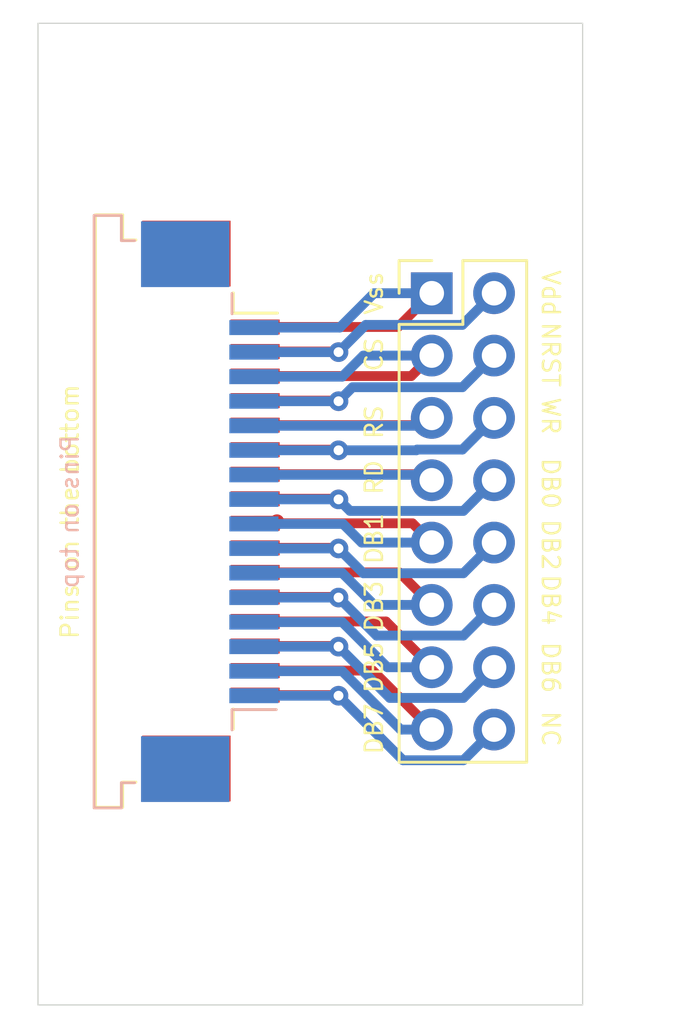
<source format=kicad_pcb>
(kicad_pcb (version 20171130) (host pcbnew 5.1.6)

  (general
    (thickness 1.6)
    (drawings 22)
    (tracks 110)
    (zones 0)
    (modules 5)
    (nets 17)
  )

  (page A4)
  (layers
    (0 F.Cu signal)
    (31 B.Cu signal)
    (32 B.Adhes user)
    (33 F.Adhes user)
    (34 B.Paste user)
    (35 F.Paste user)
    (36 B.SilkS user)
    (37 F.SilkS user)
    (38 B.Mask user)
    (39 F.Mask user)
    (40 Dwgs.User user)
    (41 Cmts.User user)
    (42 Eco1.User user)
    (43 Eco2.User user)
    (44 Edge.Cuts user)
    (45 Margin user)
    (46 B.CrtYd user)
    (47 F.CrtYd user)
    (48 B.Fab user)
    (49 F.Fab user)
  )

  (setup
    (last_trace_width 0.25)
    (user_trace_width 0.3)
    (user_trace_width 0.4)
    (user_trace_width 0.6)
    (user_trace_width 1)
    (trace_clearance 0.2)
    (zone_clearance 0.508)
    (zone_45_only no)
    (trace_min 0.2)
    (via_size 0.8)
    (via_drill 0.4)
    (via_min_size 0.4)
    (via_min_drill 0.3)
    (uvia_size 0.3)
    (uvia_drill 0.1)
    (uvias_allowed no)
    (uvia_min_size 0.2)
    (uvia_min_drill 0.1)
    (edge_width 0.05)
    (segment_width 0.2)
    (pcb_text_width 0.3)
    (pcb_text_size 1.5 1.5)
    (mod_edge_width 0.12)
    (mod_text_size 1 1)
    (mod_text_width 0.15)
    (pad_size 1.524 1.524)
    (pad_drill 0.762)
    (pad_to_mask_clearance 0.051)
    (solder_mask_min_width 0.25)
    (aux_axis_origin 0 0)
    (visible_elements FFFFFF7F)
    (pcbplotparams
      (layerselection 0x010fc_ffffffff)
      (usegerberextensions false)
      (usegerberattributes false)
      (usegerberadvancedattributes false)
      (creategerberjobfile false)
      (excludeedgelayer true)
      (linewidth 0.100000)
      (plotframeref false)
      (viasonmask false)
      (mode 1)
      (useauxorigin false)
      (hpglpennumber 1)
      (hpglpenspeed 20)
      (hpglpendiameter 15.000000)
      (psnegative false)
      (psa4output false)
      (plotreference true)
      (plotvalue true)
      (plotinvisibletext false)
      (padsonsilk false)
      (subtractmaskfromsilk false)
      (outputformat 1)
      (mirror false)
      (drillshape 0)
      (scaleselection 1)
      (outputdirectory "out/"))
  )

  (net 0 "")
  (net 1 Vss)
  (net 2 Vdd)
  (net 3 CS)
  (net 4 DB0)
  (net 5 DB1)
  (net 6 DB2)
  (net 7 DB3)
  (net 8 DB4)
  (net 9 DB5)
  (net 10 DB6)
  (net 11 DB7)
  (net 12 NC)
  (net 13 NRST)
  (net 14 RS)
  (net 15 WR)
  (net 16 RD)

  (net_class Default "This is the default net class."
    (clearance 0.2)
    (trace_width 0.25)
    (via_dia 0.8)
    (via_drill 0.4)
    (uvia_dia 0.3)
    (uvia_drill 0.1)
    (add_net CS)
    (add_net DB0)
    (add_net DB1)
    (add_net DB2)
    (add_net DB3)
    (add_net DB4)
    (add_net DB5)
    (add_net DB6)
    (add_net DB7)
    (add_net NC)
    (add_net NRST)
    (add_net RD)
    (add_net RS)
    (add_net Vdd)
    (add_net Vss)
    (add_net WR)
  )

  (module Connector_FFC-FPC:TE_1-84952-6_1x16-1MP_P1.0mm_Horizontal (layer B.Cu) (tedit 5AEE14E3) (tstamp 5EB21BE6)
    (at 76.2 73.9 90)
    (descr "TE FPC connector, 16 bottom-side contacts, 1.0mm pitch, 1.0mm height, SMT, http://www.te.com/commerce/DocumentDelivery/DDEController?Action=srchrtrv&DocNm=84952&DocType=Customer+Drawing&DocLang=English&DocFormat=pdf&PartCntxt=84952-4")
    (tags "te fpc 84952")
    (path /5EB400CB)
    (attr smd)
    (fp_text reference J3 (at 0 4 270) (layer F.Fab)
      (effects (font (size 1 1) (thickness 0.15)) (justify mirror))
    )
    (fp_text value Conn_01x16 (at 0 -7.7 270) (layer B.Fab)
      (effects (font (size 1 1) (thickness 0.15)) (justify mirror))
    )
    (fp_line (start -10.935 0.8) (end 10.935 0.8) (layer B.Fab) (width 0.1))
    (fp_line (start 10.935 0.8) (end 10.935 -3.71) (layer B.Fab) (width 0.1))
    (fp_line (start 10.935 -3.71) (end 11.96 -3.71) (layer B.Fab) (width 0.1))
    (fp_line (start 11.96 -3.71) (end 11.96 -4.6) (layer B.Fab) (width 0.1))
    (fp_line (start 11.96 -4.6) (end -11.96 -4.6) (layer B.Fab) (width 0.1))
    (fp_line (start -11.96 -4.6) (end -11.96 -3.71) (layer B.Fab) (width 0.1))
    (fp_line (start -11.96 -3.71) (end -10.935 -3.71) (layer B.Fab) (width 0.1))
    (fp_line (start -10.935 -3.71) (end -10.935 0.8) (layer B.Fab) (width 0.1))
    (fp_line (start -8 0.8) (end -7.5 -0.2) (layer B.Fab) (width 0.1))
    (fp_line (start -7.5 -0.2) (end -7 0.8) (layer B.Fab) (width 0.1))
    (fp_line (start 10.935 -4.6) (end 10.935 -5.61) (layer B.Fab) (width 0.1))
    (fp_line (start 10.935 -5.61) (end 11.96 -5.61) (layer B.Fab) (width 0.1))
    (fp_line (start 11.96 -5.61) (end 11.96 -6.5) (layer B.Fab) (width 0.1))
    (fp_line (start 11.96 -6.5) (end -11.96 -6.5) (layer B.Fab) (width 0.1))
    (fp_line (start -11.96 -6.5) (end -11.96 -5.61) (layer B.Fab) (width 0.1))
    (fp_line (start -11.96 -5.61) (end -10.935 -5.61) (layer B.Fab) (width 0.1))
    (fp_line (start -10.935 -5.61) (end -10.935 -4.6) (layer B.Fab) (width 0.1))
    (fp_line (start 11.045 -3.06) (end 11.045 -3.6) (layer B.SilkS) (width 0.12))
    (fp_line (start 11.045 -3.6) (end 12.07 -3.6) (layer B.SilkS) (width 0.12))
    (fp_line (start 12.07 -3.6) (end 12.07 -4.71) (layer B.SilkS) (width 0.12))
    (fp_line (start 12.07 -4.71) (end -12.07 -4.71) (layer B.SilkS) (width 0.12))
    (fp_line (start -12.07 -4.71) (end -12.07 -3.6) (layer B.SilkS) (width 0.12))
    (fp_line (start -12.07 -3.6) (end -11.045 -3.6) (layer B.SilkS) (width 0.12))
    (fp_line (start -11.045 -3.6) (end -11.045 -3.06) (layer B.SilkS) (width 0.12))
    (fp_line (start -8.89 0.91) (end -8.065 0.91) (layer B.SilkS) (width 0.12))
    (fp_line (start -8.065 0.91) (end -8.065 2.71) (layer B.SilkS) (width 0.12))
    (fp_line (start 8.065 0.91) (end 8.89 0.91) (layer B.SilkS) (width 0.12))
    (fp_line (start -12.46 3.3) (end -12.46 -7) (layer B.CrtYd) (width 0.05))
    (fp_line (start -12.46 -7) (end 12.46 -7) (layer B.CrtYd) (width 0.05))
    (fp_line (start 12.46 -7) (end 12.46 3.3) (layer B.CrtYd) (width 0.05))
    (fp_line (start 12.46 3.3) (end -12.46 3.3) (layer B.CrtYd) (width 0.05))
    (fp_text user %R (at 0 -1.9 270) (layer B.Fab)
      (effects (font (size 1 1) (thickness 0.15)) (justify mirror))
    )
    (pad MP smd rect (at 10.49 -1 90) (size 2.68 3.6) (layers B.Cu B.Paste B.Mask))
    (pad MP smd rect (at -10.49 -1 90) (size 2.68 3.6) (layers B.Cu B.Paste B.Mask))
    (pad 16 smd rect (at 7.5 1.8 90) (size 0.61 2) (layers B.Cu B.Paste B.Mask)
      (net 1 Vss))
    (pad 15 smd rect (at 6.5 1.8 90) (size 0.61 2) (layers B.Cu B.Paste B.Mask)
      (net 2 Vdd))
    (pad 14 smd rect (at 5.5 1.8 90) (size 0.61 2) (layers B.Cu B.Paste B.Mask)
      (net 3 CS))
    (pad 13 smd rect (at 4.5 1.8 90) (size 0.61 2) (layers B.Cu B.Paste B.Mask)
      (net 13 NRST))
    (pad 12 smd rect (at 3.5 1.8 90) (size 0.61 2) (layers B.Cu B.Paste B.Mask)
      (net 14 RS))
    (pad 11 smd rect (at 2.5 1.8 90) (size 0.61 2) (layers B.Cu B.Paste B.Mask)
      (net 15 WR))
    (pad 10 smd rect (at 1.5 1.8 90) (size 0.61 2) (layers B.Cu B.Paste B.Mask)
      (net 16 RD))
    (pad 9 smd rect (at 0.5 1.8 90) (size 0.61 2) (layers B.Cu B.Paste B.Mask)
      (net 4 DB0))
    (pad 8 smd rect (at -0.5 1.8 90) (size 0.61 2) (layers B.Cu B.Paste B.Mask)
      (net 5 DB1))
    (pad 7 smd rect (at -1.5 1.8 90) (size 0.61 2) (layers B.Cu B.Paste B.Mask)
      (net 6 DB2))
    (pad 6 smd rect (at -2.5 1.8 90) (size 0.61 2) (layers B.Cu B.Paste B.Mask)
      (net 7 DB3))
    (pad 5 smd rect (at -3.5 1.8 90) (size 0.61 2) (layers B.Cu B.Paste B.Mask)
      (net 8 DB4))
    (pad 4 smd rect (at -4.5 1.8 90) (size 0.61 2) (layers B.Cu B.Paste B.Mask)
      (net 9 DB5))
    (pad 3 smd rect (at -5.5 1.8 90) (size 0.61 2) (layers B.Cu B.Paste B.Mask)
      (net 10 DB6))
    (pad 2 smd rect (at -6.5 1.8 90) (size 0.61 2) (layers B.Cu B.Paste B.Mask)
      (net 11 DB7))
    (pad 1 smd rect (at -7.5 1.8 90) (size 0.61 2) (layers B.Cu B.Paste B.Mask)
      (net 12 NC))
    (model ${KISYS3DMOD}/Connector_FFC-FPC.3dshapes/TE_1-84952-6_1x16-1MP_P1.0mm_Horizontal.wrl
      (at (xyz 0 0 0))
      (scale (xyz 1 1 1))
      (rotate (xyz 0 0 0))
    )
  )

  (module MountingHole:MountingHole_2.7mm_M2.5 (layer F.Cu) (tedit 56D1B4CB) (tstamp 5EB2108F)
    (at 80 90.2)
    (descr "Mounting Hole 2.7mm, no annular, M2.5")
    (tags "mounting hole 2.7mm no annular m2.5")
    (path /5EB35FAC)
    (attr virtual)
    (fp_text reference H2 (at 0 -3.7) (layer F.Fab)
      (effects (font (size 1 1) (thickness 0.15)))
    )
    (fp_text value MountingHole (at 0 3.7) (layer F.Fab)
      (effects (font (size 1 1) (thickness 0.15)))
    )
    (fp_circle (center 0 0) (end 2.7 0) (layer Cmts.User) (width 0.15))
    (fp_circle (center 0 0) (end 2.95 0) (layer F.CrtYd) (width 0.05))
    (fp_text user %R (at 0.3 0) (layer F.Fab)
      (effects (font (size 1 1) (thickness 0.15)))
    )
    (pad 1 np_thru_hole circle (at 0 0) (size 2.7 2.7) (drill 2.7) (layers *.Cu *.Mask))
  )

  (module MountingHole:MountingHole_2.7mm_M2.5 (layer F.Cu) (tedit 56D1B4CB) (tstamp 5EB2104D)
    (at 80 57.6)
    (descr "Mounting Hole 2.7mm, no annular, M2.5")
    (tags "mounting hole 2.7mm no annular m2.5")
    (path /5EB35876)
    (attr virtual)
    (fp_text reference H1 (at 0 -3.7) (layer F.Fab)
      (effects (font (size 1 1) (thickness 0.15)))
    )
    (fp_text value MountingHole (at 0 3.7) (layer F.Fab)
      (effects (font (size 1 1) (thickness 0.15)))
    )
    (fp_circle (center 0 0) (end 2.7 0) (layer Cmts.User) (width 0.15))
    (fp_circle (center 0 0) (end 2.95 0) (layer F.CrtYd) (width 0.05))
    (fp_text user %R (at 0.3 0) (layer F.Fab)
      (effects (font (size 1 1) (thickness 0.15)))
    )
    (pad 1 np_thru_hole circle (at 0 0) (size 2.7 2.7) (drill 2.7) (layers *.Cu *.Mask))
  )

  (module Connector_PinHeader_2.54mm:PinHeader_2x08_P2.54mm_Vertical (layer F.Cu) (tedit 59FED5CC) (tstamp 5EB208B1)
    (at 85.25 65)
    (descr "Through hole straight pin header, 2x08, 2.54mm pitch, double rows")
    (tags "Through hole pin header THT 2x08 2.54mm double row")
    (path /5EB27D20)
    (fp_text reference J1 (at 1.27 -2.33) (layer F.Fab)
      (effects (font (size 1 1) (thickness 0.15)))
    )
    (fp_text value Conn_02x08_Odd_Even (at 1.27 20.11) (layer F.Fab)
      (effects (font (size 1 1) (thickness 0.15)))
    )
    (fp_line (start 4.35 -1.8) (end -1.8 -1.8) (layer F.CrtYd) (width 0.05))
    (fp_line (start 4.35 19.55) (end 4.35 -1.8) (layer F.CrtYd) (width 0.05))
    (fp_line (start -1.8 19.55) (end 4.35 19.55) (layer F.CrtYd) (width 0.05))
    (fp_line (start -1.8 -1.8) (end -1.8 19.55) (layer F.CrtYd) (width 0.05))
    (fp_line (start -1.33 -1.33) (end 0 -1.33) (layer F.SilkS) (width 0.12))
    (fp_line (start -1.33 0) (end -1.33 -1.33) (layer F.SilkS) (width 0.12))
    (fp_line (start 1.27 -1.33) (end 3.87 -1.33) (layer F.SilkS) (width 0.12))
    (fp_line (start 1.27 1.27) (end 1.27 -1.33) (layer F.SilkS) (width 0.12))
    (fp_line (start -1.33 1.27) (end 1.27 1.27) (layer F.SilkS) (width 0.12))
    (fp_line (start 3.87 -1.33) (end 3.87 19.11) (layer F.SilkS) (width 0.12))
    (fp_line (start -1.33 1.27) (end -1.33 19.11) (layer F.SilkS) (width 0.12))
    (fp_line (start -1.33 19.11) (end 3.87 19.11) (layer F.SilkS) (width 0.12))
    (fp_line (start -1.27 0) (end 0 -1.27) (layer F.Fab) (width 0.1))
    (fp_line (start -1.27 19.05) (end -1.27 0) (layer F.Fab) (width 0.1))
    (fp_line (start 3.81 19.05) (end -1.27 19.05) (layer F.Fab) (width 0.1))
    (fp_line (start 3.81 -1.27) (end 3.81 19.05) (layer F.Fab) (width 0.1))
    (fp_line (start 0 -1.27) (end 3.81 -1.27) (layer F.Fab) (width 0.1))
    (fp_text user %R (at 1.27 8.89 90) (layer F.Fab)
      (effects (font (size 1 1) (thickness 0.15)))
    )
    (pad 1 thru_hole rect (at 0 0) (size 1.7 1.7) (drill 1) (layers *.Cu *.Mask)
      (net 1 Vss))
    (pad 2 thru_hole oval (at 2.54 0) (size 1.7 1.7) (drill 1) (layers *.Cu *.Mask)
      (net 2 Vdd))
    (pad 3 thru_hole oval (at 0 2.54) (size 1.7 1.7) (drill 1) (layers *.Cu *.Mask)
      (net 3 CS))
    (pad 4 thru_hole oval (at 2.54 2.54) (size 1.7 1.7) (drill 1) (layers *.Cu *.Mask)
      (net 13 NRST))
    (pad 5 thru_hole oval (at 0 5.08) (size 1.7 1.7) (drill 1) (layers *.Cu *.Mask)
      (net 14 RS))
    (pad 6 thru_hole oval (at 2.54 5.08) (size 1.7 1.7) (drill 1) (layers *.Cu *.Mask)
      (net 15 WR))
    (pad 7 thru_hole oval (at 0 7.62) (size 1.7 1.7) (drill 1) (layers *.Cu *.Mask)
      (net 16 RD))
    (pad 8 thru_hole oval (at 2.54 7.62) (size 1.7 1.7) (drill 1) (layers *.Cu *.Mask)
      (net 4 DB0))
    (pad 9 thru_hole oval (at 0 10.16) (size 1.7 1.7) (drill 1) (layers *.Cu *.Mask)
      (net 5 DB1))
    (pad 10 thru_hole oval (at 2.54 10.16) (size 1.7 1.7) (drill 1) (layers *.Cu *.Mask)
      (net 6 DB2))
    (pad 11 thru_hole oval (at 0 12.7) (size 1.7 1.7) (drill 1) (layers *.Cu *.Mask)
      (net 7 DB3))
    (pad 12 thru_hole oval (at 2.54 12.7) (size 1.7 1.7) (drill 1) (layers *.Cu *.Mask)
      (net 8 DB4))
    (pad 13 thru_hole oval (at 0 15.24) (size 1.7 1.7) (drill 1) (layers *.Cu *.Mask)
      (net 9 DB5))
    (pad 14 thru_hole oval (at 2.54 15.24) (size 1.7 1.7) (drill 1) (layers *.Cu *.Mask)
      (net 10 DB6))
    (pad 15 thru_hole oval (at 0 17.78) (size 1.7 1.7) (drill 1) (layers *.Cu *.Mask)
      (net 11 DB7))
    (pad 16 thru_hole oval (at 2.54 17.78) (size 1.7 1.7) (drill 1) (layers *.Cu *.Mask)
      (net 12 NC))
    (model ${KISYS3DMOD}/Connector_PinHeader_2.54mm.3dshapes/PinHeader_2x08_P2.54mm_Vertical.wrl
      (at (xyz 0 0 0))
      (scale (xyz 1 1 1))
      (rotate (xyz 0 0 0))
    )
  )

  (module Connector_FFC-FPC:TE_1-84952-6_1x16-1MP_P1.0mm_Horizontal (layer F.Cu) (tedit 5AEE14E3) (tstamp 5EB20444)
    (at 76.25 73.875 270)
    (descr "TE FPC connector, 16 bottom-side contacts, 1.0mm pitch, 1.0mm height, SMT, http://www.te.com/commerce/DocumentDelivery/DDEController?Action=srchrtrv&DocNm=84952&DocType=Customer+Drawing&DocLang=English&DocFormat=pdf&PartCntxt=84952-4")
    (tags "te fpc 84952")
    (path /5EB1A9C3)
    (attr smd)
    (fp_text reference J2 (at 0 -4 90) (layer F.Fab)
      (effects (font (size 1 1) (thickness 0.15)))
    )
    (fp_text value Conn_01x16 (at 0 7.7 90) (layer F.Fab)
      (effects (font (size 1 1) (thickness 0.15)))
    )
    (fp_line (start 12.46 -3.3) (end -12.46 -3.3) (layer F.CrtYd) (width 0.05))
    (fp_line (start 12.46 7) (end 12.46 -3.3) (layer F.CrtYd) (width 0.05))
    (fp_line (start -12.46 7) (end 12.46 7) (layer F.CrtYd) (width 0.05))
    (fp_line (start -12.46 -3.3) (end -12.46 7) (layer F.CrtYd) (width 0.05))
    (fp_line (start 8.065 -0.91) (end 8.89 -0.91) (layer F.SilkS) (width 0.12))
    (fp_line (start -8.065 -0.91) (end -8.065 -2.71) (layer F.SilkS) (width 0.12))
    (fp_line (start -8.89 -0.91) (end -8.065 -0.91) (layer F.SilkS) (width 0.12))
    (fp_line (start -11.045 3.6) (end -11.045 3.06) (layer F.SilkS) (width 0.12))
    (fp_line (start -12.07 3.6) (end -11.045 3.6) (layer F.SilkS) (width 0.12))
    (fp_line (start -12.07 4.71) (end -12.07 3.6) (layer F.SilkS) (width 0.12))
    (fp_line (start 12.07 4.71) (end -12.07 4.71) (layer F.SilkS) (width 0.12))
    (fp_line (start 12.07 3.6) (end 12.07 4.71) (layer F.SilkS) (width 0.12))
    (fp_line (start 11.045 3.6) (end 12.07 3.6) (layer F.SilkS) (width 0.12))
    (fp_line (start 11.045 3.06) (end 11.045 3.6) (layer F.SilkS) (width 0.12))
    (fp_line (start -10.935 5.61) (end -10.935 4.6) (layer F.Fab) (width 0.1))
    (fp_line (start -11.96 5.61) (end -10.935 5.61) (layer F.Fab) (width 0.1))
    (fp_line (start -11.96 6.5) (end -11.96 5.61) (layer F.Fab) (width 0.1))
    (fp_line (start 11.96 6.5) (end -11.96 6.5) (layer F.Fab) (width 0.1))
    (fp_line (start 11.96 5.61) (end 11.96 6.5) (layer F.Fab) (width 0.1))
    (fp_line (start 10.935 5.61) (end 11.96 5.61) (layer F.Fab) (width 0.1))
    (fp_line (start 10.935 4.6) (end 10.935 5.61) (layer F.Fab) (width 0.1))
    (fp_line (start -7.5 0.2) (end -7 -0.8) (layer F.Fab) (width 0.1))
    (fp_line (start -8 -0.8) (end -7.5 0.2) (layer F.Fab) (width 0.1))
    (fp_line (start -10.935 3.71) (end -10.935 -0.8) (layer F.Fab) (width 0.1))
    (fp_line (start -11.96 3.71) (end -10.935 3.71) (layer F.Fab) (width 0.1))
    (fp_line (start -11.96 4.6) (end -11.96 3.71) (layer F.Fab) (width 0.1))
    (fp_line (start 11.96 4.6) (end -11.96 4.6) (layer F.Fab) (width 0.1))
    (fp_line (start 11.96 3.71) (end 11.96 4.6) (layer F.Fab) (width 0.1))
    (fp_line (start 10.935 3.71) (end 11.96 3.71) (layer F.Fab) (width 0.1))
    (fp_line (start 10.935 -0.8) (end 10.935 3.71) (layer F.Fab) (width 0.1))
    (fp_line (start -10.935 -0.8) (end 10.935 -0.8) (layer F.Fab) (width 0.1))
    (fp_text user %R (at 0 1.9 90) (layer F.Fab)
      (effects (font (size 1 1) (thickness 0.15)))
    )
    (pad 1 smd rect (at -7.5 -1.8 270) (size 0.61 2) (layers F.Cu F.Paste F.Mask)
      (net 1 Vss))
    (pad 2 smd rect (at -6.5 -1.8 270) (size 0.61 2) (layers F.Cu F.Paste F.Mask)
      (net 2 Vdd))
    (pad 3 smd rect (at -5.5 -1.8 270) (size 0.61 2) (layers F.Cu F.Paste F.Mask)
      (net 3 CS))
    (pad 4 smd rect (at -4.5 -1.8 270) (size 0.61 2) (layers F.Cu F.Paste F.Mask)
      (net 13 NRST))
    (pad 5 smd rect (at -3.5 -1.8 270) (size 0.61 2) (layers F.Cu F.Paste F.Mask)
      (net 14 RS))
    (pad 6 smd rect (at -2.5 -1.8 270) (size 0.61 2) (layers F.Cu F.Paste F.Mask)
      (net 15 WR))
    (pad 7 smd rect (at -1.5 -1.8 270) (size 0.61 2) (layers F.Cu F.Paste F.Mask)
      (net 16 RD))
    (pad 8 smd rect (at -0.5 -1.8 270) (size 0.61 2) (layers F.Cu F.Paste F.Mask)
      (net 4 DB0))
    (pad 9 smd rect (at 0.5 -1.8 270) (size 0.61 2) (layers F.Cu F.Paste F.Mask)
      (net 5 DB1))
    (pad 10 smd rect (at 1.5 -1.8 270) (size 0.61 2) (layers F.Cu F.Paste F.Mask)
      (net 6 DB2))
    (pad 11 smd rect (at 2.5 -1.8 270) (size 0.61 2) (layers F.Cu F.Paste F.Mask)
      (net 7 DB3))
    (pad 12 smd rect (at 3.5 -1.8 270) (size 0.61 2) (layers F.Cu F.Paste F.Mask)
      (net 8 DB4))
    (pad 13 smd rect (at 4.5 -1.8 270) (size 0.61 2) (layers F.Cu F.Paste F.Mask)
      (net 9 DB5))
    (pad 14 smd rect (at 5.5 -1.8 270) (size 0.61 2) (layers F.Cu F.Paste F.Mask)
      (net 10 DB6))
    (pad 15 smd rect (at 6.5 -1.8 270) (size 0.61 2) (layers F.Cu F.Paste F.Mask)
      (net 11 DB7))
    (pad 16 smd rect (at 7.5 -1.8 270) (size 0.61 2) (layers F.Cu F.Paste F.Mask)
      (net 12 NC))
    (pad MP smd rect (at -10.49 1 270) (size 2.68 3.6) (layers F.Cu F.Paste F.Mask))
    (pad MP smd rect (at 10.49 1 270) (size 2.68 3.6) (layers F.Cu F.Paste F.Mask))
    (model ${KISYS3DMOD}/Connector_FFC-FPC.3dshapes/TE_1-84952-6_1x16-1MP_P1.0mm_Horizontal.wrl
      (at (xyz 0 0 0))
      (scale (xyz 1 1 1))
      (rotate (xyz 0 0 0))
    )
  )

  (gr_text "Pins on top" (at 70.5 73.9 90) (layer B.SilkS) (tstamp 5EB2251F)
    (effects (font (size 0.7 0.7) (thickness 0.1)) (justify mirror))
  )
  (gr_text "Pins on the bottom" (at 70.5 73.9 90) (layer F.SilkS)
    (effects (font (size 0.7 0.7) (thickness 0.1)))
  )
  (gr_text NC (at 90.1 82.75 270) (layer F.SilkS) (tstamp 5EB21811)
    (effects (font (size 0.7 0.7) (thickness 0.1)))
  )
  (gr_text NRST (at 90.1 67.5 270) (layer F.SilkS) (tstamp 5EB21810)
    (effects (font (size 0.7 0.7) (thickness 0.1)))
  )
  (gr_text WR (at 90.1 70 270) (layer F.SilkS) (tstamp 5EB2180F)
    (effects (font (size 0.7 0.7) (thickness 0.1)))
  )
  (gr_text DB4 (at 90.1 77.5 270) (layer F.SilkS) (tstamp 5EB2180D)
    (effects (font (size 0.7 0.7) (thickness 0.1)))
  )
  (gr_text DB6 (at 90.1 80.25 270) (layer F.SilkS) (tstamp 5EB2180C)
    (effects (font (size 0.7 0.7) (thickness 0.1)))
  )
  (gr_text DB2 (at 90.1 75.25 270) (layer F.SilkS) (tstamp 5EB2180B)
    (effects (font (size 0.7 0.7) (thickness 0.1)))
  )
  (gr_text DB0 (at 90.1 72.75 270) (layer F.SilkS) (tstamp 5EB2180A)
    (effects (font (size 0.7 0.7) (thickness 0.1)))
  )
  (gr_text Vdd (at 90.1 65 270) (layer F.SilkS) (tstamp 5EB217EF)
    (effects (font (size 0.7 0.7) (thickness 0.1)))
  )
  (gr_text DB7 (at 82.9 82.75 90) (layer F.SilkS) (tstamp 5EB217EF)
    (effects (font (size 0.7 0.7) (thickness 0.1)))
  )
  (gr_text DB5 (at 82.9 80.25 90) (layer F.SilkS) (tstamp 5EB217EF)
    (effects (font (size 0.7 0.7) (thickness 0.1)))
  )
  (gr_text DB3 (at 82.9 77.75 90) (layer F.SilkS) (tstamp 5EB217EF)
    (effects (font (size 0.7 0.7) (thickness 0.1)))
  )
  (gr_text DB1 (at 82.9 75 90) (layer F.SilkS) (tstamp 5EB217EF)
    (effects (font (size 0.7 0.7) (thickness 0.1)))
  )
  (gr_text RD (at 82.9 72.5 90) (layer F.SilkS) (tstamp 5EB217EF)
    (effects (font (size 0.7 0.7) (thickness 0.1)))
  )
  (gr_text RS (at 82.9 70.25 90) (layer F.SilkS) (tstamp 5EB217EF)
    (effects (font (size 0.7 0.7) (thickness 0.1)))
  )
  (gr_text CS (at 82.9 67.5 90) (layer F.SilkS) (tstamp 5EB217EF)
    (effects (font (size 0.7 0.7) (thickness 0.1)))
  )
  (gr_text Vss (at 82.9 65 90) (layer F.SilkS)
    (effects (font (size 0.7 0.7) (thickness 0.1)))
  )
  (gr_line (start 69.2 94) (end 91.4 94) (layer Edge.Cuts) (width 0.05) (tstamp 5EB2177D))
  (gr_line (start 69.2 54) (end 69.2 94) (layer Edge.Cuts) (width 0.05))
  (gr_line (start 91.4 54) (end 69.2 54) (layer Edge.Cuts) (width 0.05))
  (gr_line (start 91.4 54) (end 91.4 94) (layer Edge.Cuts) (width 0.05))

  (segment (start 83.875 66.375) (end 85.25 65) (width 0.4) (layer F.Cu) (net 1))
  (segment (start 78.05 66.375) (end 83.875 66.375) (width 0.4) (layer F.Cu) (net 1))
  (segment (start 78 66.4) (end 81.5 66.4) (width 0.4) (layer B.Cu) (net 1))
  (segment (start 82.9 65) (end 85.25 65) (width 0.4) (layer B.Cu) (net 1))
  (segment (start 81.5 66.4) (end 82.9 65) (width 0.4) (layer B.Cu) (net 1))
  (via (at 81.45 67.4) (size 0.8) (drill 0.4) (layers F.Cu B.Cu) (net 2))
  (segment (start 86.940001 65.849999) (end 87.79 65) (width 0.4) (layer B.Cu) (net 2))
  (segment (start 86.500001 66.289999) (end 86.940001 65.849999) (width 0.4) (layer B.Cu) (net 2))
  (segment (start 82.560001 66.289999) (end 86.500001 66.289999) (width 0.4) (layer B.Cu) (net 2))
  (segment (start 81.45 67.4) (end 82.560001 66.289999) (width 0.4) (layer B.Cu) (net 2))
  (segment (start 81.425 67.375) (end 81.45 67.4) (width 0.4) (layer F.Cu) (net 2))
  (segment (start 78.05 67.375) (end 81.425 67.375) (width 0.4) (layer F.Cu) (net 2))
  (segment (start 78 67.4) (end 81.45 67.4) (width 0.4) (layer B.Cu) (net 2))
  (segment (start 84.415 68.375) (end 85.25 67.54) (width 0.4) (layer F.Cu) (net 3))
  (segment (start 78.05 68.375) (end 84.415 68.375) (width 0.4) (layer F.Cu) (net 3))
  (segment (start 84.047919 67.54) (end 85.25 67.54) (width 0.4) (layer B.Cu) (net 3))
  (segment (start 82.461458 67.54) (end 84.047919 67.54) (width 0.4) (layer B.Cu) (net 3))
  (segment (start 81.601458 68.4) (end 82.461458 67.54) (width 0.4) (layer B.Cu) (net 3))
  (segment (start 78 68.4) (end 81.601458 68.4) (width 0.4) (layer B.Cu) (net 3))
  (via (at 81.45 73.4) (size 0.8) (drill 0.4) (layers F.Cu B.Cu) (net 4))
  (segment (start 86.539999 73.870001) (end 86.940001 73.469999) (width 0.4) (layer B.Cu) (net 4))
  (segment (start 86.940001 73.469999) (end 87.79 72.62) (width 0.4) (layer B.Cu) (net 4))
  (segment (start 81.920001 73.870001) (end 86.539999 73.870001) (width 0.4) (layer B.Cu) (net 4))
  (segment (start 81.45 73.4) (end 81.920001 73.870001) (width 0.4) (layer B.Cu) (net 4))
  (segment (start 81.425 73.375) (end 81.45 73.4) (width 0.4) (layer F.Cu) (net 4))
  (segment (start 78.05 73.375) (end 81.425 73.375) (width 0.4) (layer F.Cu) (net 4))
  (segment (start 78 73.4) (end 81.45 73.4) (width 0.4) (layer B.Cu) (net 4))
  (segment (start 78.875 74.375) (end 78.939999 74.310001) (width 0.6) (layer F.Cu) (net 5))
  (segment (start 78.05 74.375) (end 78.875 74.375) (width 0.6) (layer F.Cu) (net 5))
  (segment (start 84.465 74.375) (end 85.25 75.16) (width 0.4) (layer F.Cu) (net 5))
  (segment (start 78.05 74.375) (end 84.465 74.375) (width 0.4) (layer F.Cu) (net 5))
  (segment (start 81.634002 74.4) (end 82.394002 75.16) (width 0.4) (layer B.Cu) (net 5))
  (segment (start 84.047919 75.16) (end 85.25 75.16) (width 0.4) (layer B.Cu) (net 5))
  (segment (start 82.394002 75.16) (end 84.047919 75.16) (width 0.4) (layer B.Cu) (net 5))
  (segment (start 78 74.4) (end 81.634002 74.4) (width 0.4) (layer B.Cu) (net 5))
  (via (at 81.45 75.4) (size 0.8) (drill 0.4) (layers F.Cu B.Cu) (net 6))
  (segment (start 86.940001 76.009999) (end 87.79 75.16) (width 0.4) (layer B.Cu) (net 6))
  (segment (start 86.539999 76.410001) (end 86.940001 76.009999) (width 0.4) (layer B.Cu) (net 6))
  (segment (start 82.460001 76.410001) (end 86.539999 76.410001) (width 0.4) (layer B.Cu) (net 6))
  (segment (start 81.45 75.4) (end 82.460001 76.410001) (width 0.4) (layer B.Cu) (net 6))
  (segment (start 81.425 75.375) (end 81.45 75.4) (width 0.4) (layer F.Cu) (net 6))
  (segment (start 78.05 75.375) (end 81.425 75.375) (width 0.4) (layer F.Cu) (net 6))
  (segment (start 78 75.4) (end 81.45 75.4) (width 0.4) (layer B.Cu) (net 6))
  (segment (start 83.925 76.375) (end 85.25 77.7) (width 0.4) (layer F.Cu) (net 7))
  (segment (start 78.05 76.375) (end 83.925 76.375) (width 0.4) (layer F.Cu) (net 7))
  (segment (start 84.047919 77.7) (end 85.25 77.7) (width 0.4) (layer B.Cu) (net 7))
  (segment (start 82.901458 77.7) (end 84.047919 77.7) (width 0.4) (layer B.Cu) (net 7))
  (segment (start 81.601458 76.4) (end 82.901458 77.7) (width 0.4) (layer B.Cu) (net 7))
  (segment (start 78 76.4) (end 81.601458 76.4) (width 0.4) (layer B.Cu) (net 7))
  (via (at 81.45 77.4) (size 0.8) (drill 0.4) (layers F.Cu B.Cu) (net 8))
  (segment (start 86.940001 78.549999) (end 87.79 77.7) (width 0.4) (layer B.Cu) (net 8))
  (segment (start 86.539999 78.950001) (end 86.940001 78.549999) (width 0.4) (layer B.Cu) (net 8))
  (segment (start 83.000001 78.950001) (end 86.539999 78.950001) (width 0.4) (layer B.Cu) (net 8))
  (segment (start 81.45 77.4) (end 83.000001 78.950001) (width 0.4) (layer B.Cu) (net 8))
  (segment (start 81.425 77.375) (end 81.45 77.4) (width 0.4) (layer F.Cu) (net 8))
  (segment (start 78.05 77.375) (end 81.425 77.375) (width 0.4) (layer F.Cu) (net 8))
  (segment (start 78 77.4) (end 81.45 77.4) (width 0.4) (layer B.Cu) (net 8))
  (segment (start 84.047919 80.24) (end 85.25 80.24) (width 0.4) (layer B.Cu) (net 9))
  (segment (start 81.601458 78.4) (end 83.441458 80.24) (width 0.4) (layer B.Cu) (net 9))
  (segment (start 83.441458 80.24) (end 84.047919 80.24) (width 0.4) (layer B.Cu) (net 9))
  (segment (start 78 78.4) (end 81.601458 78.4) (width 0.4) (layer B.Cu) (net 9))
  (segment (start 83.385 78.375) (end 78.05 78.375) (width 0.4) (layer F.Cu) (net 9))
  (segment (start 85.25 80.24) (end 83.385 78.375) (width 0.4) (layer F.Cu) (net 9))
  (via (at 81.45 79.4) (size 0.8) (drill 0.4) (layers F.Cu B.Cu) (net 10))
  (segment (start 86.940001 81.089999) (end 87.79 80.24) (width 0.4) (layer B.Cu) (net 10))
  (segment (start 86.539999 81.490001) (end 86.940001 81.089999) (width 0.4) (layer B.Cu) (net 10))
  (segment (start 83.540001 81.490001) (end 86.539999 81.490001) (width 0.4) (layer B.Cu) (net 10))
  (segment (start 81.45 79.4) (end 83.540001 81.490001) (width 0.4) (layer B.Cu) (net 10))
  (segment (start 81.425 79.375) (end 81.45 79.4) (width 0.4) (layer F.Cu) (net 10))
  (segment (start 78.05 79.375) (end 81.425 79.375) (width 0.4) (layer F.Cu) (net 10))
  (segment (start 78 79.4) (end 81.45 79.4) (width 0.4) (layer B.Cu) (net 10))
  (segment (start 82.845 80.375) (end 85.25 82.78) (width 0.4) (layer F.Cu) (net 11))
  (segment (start 78.05 80.375) (end 82.845 80.375) (width 0.4) (layer F.Cu) (net 11))
  (segment (start 84.047919 82.78) (end 85.25 82.78) (width 0.4) (layer B.Cu) (net 11))
  (segment (start 83.981458 82.78) (end 84.047919 82.78) (width 0.4) (layer B.Cu) (net 11))
  (segment (start 81.601458 80.4) (end 83.981458 82.78) (width 0.4) (layer B.Cu) (net 11))
  (segment (start 78 80.4) (end 81.601458 80.4) (width 0.4) (layer B.Cu) (net 11))
  (via (at 81.45 81.4) (size 0.8) (drill 0.4) (layers F.Cu B.Cu) (net 12))
  (segment (start 86.940001 83.629999) (end 87.79 82.78) (width 0.4) (layer B.Cu) (net 12))
  (segment (start 84.080001 84.030001) (end 86.539999 84.030001) (width 0.4) (layer B.Cu) (net 12))
  (segment (start 86.539999 84.030001) (end 86.940001 83.629999) (width 0.4) (layer B.Cu) (net 12))
  (segment (start 81.45 81.4) (end 84.080001 84.030001) (width 0.4) (layer B.Cu) (net 12))
  (segment (start 81.425 81.375) (end 81.45 81.4) (width 0.4) (layer F.Cu) (net 12))
  (segment (start 78.05 81.375) (end 81.425 81.375) (width 0.4) (layer F.Cu) (net 12))
  (segment (start 78 81.4) (end 81.45 81.4) (width 0.4) (layer B.Cu) (net 12))
  (via (at 81.45 69.4) (size 0.8) (drill 0.4) (layers F.Cu B.Cu) (net 13))
  (segment (start 86.940001 68.389999) (end 87.79 67.54) (width 0.4) (layer B.Cu) (net 13))
  (segment (start 86.500001 68.829999) (end 86.940001 68.389999) (width 0.4) (layer B.Cu) (net 13))
  (segment (start 82.020001 68.829999) (end 86.500001 68.829999) (width 0.4) (layer B.Cu) (net 13))
  (segment (start 81.45 69.4) (end 82.020001 68.829999) (width 0.4) (layer B.Cu) (net 13))
  (segment (start 81.425 69.375) (end 81.45 69.4) (width 0.4) (layer F.Cu) (net 13))
  (segment (start 78.05 69.375) (end 81.425 69.375) (width 0.4) (layer F.Cu) (net 13))
  (segment (start 78 69.4) (end 81.45 69.4) (width 0.4) (layer B.Cu) (net 13))
  (segment (start 84.955 70.375) (end 85.25 70.08) (width 0.4) (layer F.Cu) (net 14))
  (segment (start 78.05 70.375) (end 84.955 70.375) (width 0.4) (layer F.Cu) (net 14))
  (segment (start 84.93 70.4) (end 85.25 70.08) (width 0.4) (layer B.Cu) (net 14))
  (segment (start 78 70.4) (end 84.93 70.4) (width 0.4) (layer B.Cu) (net 14))
  (via (at 81.45 71.4) (size 0.8) (drill 0.4) (layers F.Cu B.Cu) (net 15))
  (segment (start 86.940001 70.929999) (end 87.79 70.08) (width 0.4) (layer B.Cu) (net 15))
  (segment (start 86.500001 71.369999) (end 86.940001 70.929999) (width 0.4) (layer B.Cu) (net 15))
  (segment (start 84.649999 71.369999) (end 86.500001 71.369999) (width 0.4) (layer B.Cu) (net 15))
  (segment (start 84.619998 71.4) (end 84.649999 71.369999) (width 0.4) (layer B.Cu) (net 15))
  (segment (start 81.45 71.4) (end 84.619998 71.4) (width 0.4) (layer B.Cu) (net 15))
  (segment (start 81.425 71.375) (end 81.45 71.4) (width 0.4) (layer F.Cu) (net 15))
  (segment (start 78.05 71.375) (end 81.425 71.375) (width 0.4) (layer F.Cu) (net 15))
  (segment (start 78 71.4) (end 81.45 71.4) (width 0.4) (layer B.Cu) (net 15))
  (segment (start 85.005 72.375) (end 85.25 72.62) (width 0.4) (layer F.Cu) (net 16))
  (segment (start 78.05 72.375) (end 85.005 72.375) (width 0.4) (layer F.Cu) (net 16))
  (segment (start 85.03 72.4) (end 85.25 72.62) (width 0.4) (layer B.Cu) (net 16))
  (segment (start 78 72.4) (end 85.03 72.4) (width 0.4) (layer B.Cu) (net 16))

)

</source>
